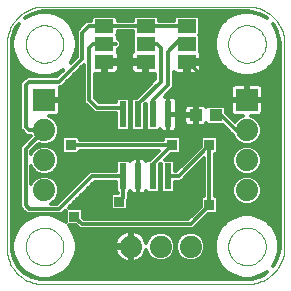
<source format=gbl>
G75*
G70*
%OFA0B0*%
%FSLAX24Y24*%
%IPPOS*%
%LPD*%
%AMOC8*
5,1,8,0,0,1.08239X$1,22.5*
%
%ADD10C,0.0000*%
%ADD11R,0.0740X0.0740*%
%ADD12C,0.0740*%
%ADD13R,0.0240X0.0870*%
%ADD14R,0.0433X0.0394*%
%ADD15R,0.0630X0.0460*%
%ADD16C,0.0120*%
%ADD17R,0.0356X0.0356*%
D10*
X000536Y001785D02*
X000534Y001719D01*
X000536Y001653D01*
X000542Y001587D01*
X000551Y001521D01*
X000564Y001456D01*
X000581Y001391D01*
X000601Y001328D01*
X000625Y001266D01*
X000652Y001206D01*
X000683Y001147D01*
X000717Y001089D01*
X000754Y001034D01*
X000794Y000981D01*
X000837Y000931D01*
X000882Y000882D01*
X000931Y000837D01*
X000981Y000794D01*
X001034Y000754D01*
X001089Y000717D01*
X001147Y000683D01*
X001206Y000652D01*
X001266Y000625D01*
X001328Y000601D01*
X001391Y000581D01*
X001456Y000564D01*
X001521Y000551D01*
X001587Y000542D01*
X001653Y000536D01*
X001719Y000534D01*
X001785Y000536D01*
X001785Y000535D02*
X008535Y000535D01*
X008603Y000537D01*
X008670Y000542D01*
X008737Y000551D01*
X008804Y000564D01*
X008869Y000581D01*
X008934Y000600D01*
X008998Y000624D01*
X009060Y000651D01*
X009121Y000681D01*
X009179Y000714D01*
X009236Y000750D01*
X009291Y000790D01*
X009344Y000832D01*
X009395Y000878D01*
X009442Y000925D01*
X009488Y000976D01*
X009530Y001029D01*
X009570Y001084D01*
X009606Y001141D01*
X009639Y001199D01*
X009669Y001260D01*
X009696Y001322D01*
X009720Y001386D01*
X009739Y001451D01*
X009756Y001516D01*
X009769Y001583D01*
X009778Y001650D01*
X009783Y001717D01*
X009785Y001785D01*
X009785Y008535D01*
X009783Y008603D01*
X009778Y008670D01*
X009769Y008737D01*
X009756Y008804D01*
X009739Y008869D01*
X009720Y008934D01*
X009696Y008998D01*
X009669Y009060D01*
X009639Y009121D01*
X009606Y009179D01*
X009570Y009236D01*
X009530Y009291D01*
X009488Y009344D01*
X009442Y009395D01*
X009395Y009442D01*
X009344Y009488D01*
X009291Y009530D01*
X009236Y009570D01*
X009179Y009606D01*
X009121Y009639D01*
X009060Y009669D01*
X008998Y009696D01*
X008934Y009720D01*
X008869Y009739D01*
X008804Y009756D01*
X008737Y009769D01*
X008670Y009778D01*
X008603Y009783D01*
X008535Y009785D01*
X001785Y009785D01*
X001160Y008535D02*
X001162Y008585D01*
X001168Y008634D01*
X001178Y008683D01*
X001191Y008730D01*
X001209Y008777D01*
X001230Y008822D01*
X001254Y008865D01*
X001282Y008906D01*
X001313Y008945D01*
X001347Y008981D01*
X001384Y009015D01*
X001424Y009045D01*
X001465Y009072D01*
X001509Y009096D01*
X001554Y009116D01*
X001601Y009132D01*
X001649Y009145D01*
X001698Y009154D01*
X001748Y009159D01*
X001797Y009160D01*
X001847Y009157D01*
X001896Y009150D01*
X001945Y009139D01*
X001992Y009125D01*
X002038Y009106D01*
X002083Y009084D01*
X002126Y009059D01*
X002166Y009030D01*
X002204Y008998D01*
X002240Y008964D01*
X002273Y008926D01*
X002302Y008886D01*
X002328Y008844D01*
X002351Y008800D01*
X002370Y008754D01*
X002386Y008707D01*
X002398Y008658D01*
X002406Y008609D01*
X002410Y008560D01*
X002410Y008510D01*
X002406Y008461D01*
X002398Y008412D01*
X002386Y008363D01*
X002370Y008316D01*
X002351Y008270D01*
X002328Y008226D01*
X002302Y008184D01*
X002273Y008144D01*
X002240Y008106D01*
X002204Y008072D01*
X002166Y008040D01*
X002126Y008011D01*
X002083Y007986D01*
X002038Y007964D01*
X001992Y007945D01*
X001945Y007931D01*
X001896Y007920D01*
X001847Y007913D01*
X001797Y007910D01*
X001748Y007911D01*
X001698Y007916D01*
X001649Y007925D01*
X001601Y007938D01*
X001554Y007954D01*
X001509Y007974D01*
X001465Y007998D01*
X001424Y008025D01*
X001384Y008055D01*
X001347Y008089D01*
X001313Y008125D01*
X001282Y008164D01*
X001254Y008205D01*
X001230Y008248D01*
X001209Y008293D01*
X001191Y008340D01*
X001178Y008387D01*
X001168Y008436D01*
X001162Y008485D01*
X001160Y008535D01*
X000535Y008535D02*
X000535Y001785D01*
X001160Y001785D02*
X001162Y001835D01*
X001168Y001884D01*
X001178Y001933D01*
X001191Y001980D01*
X001209Y002027D01*
X001230Y002072D01*
X001254Y002115D01*
X001282Y002156D01*
X001313Y002195D01*
X001347Y002231D01*
X001384Y002265D01*
X001424Y002295D01*
X001465Y002322D01*
X001509Y002346D01*
X001554Y002366D01*
X001601Y002382D01*
X001649Y002395D01*
X001698Y002404D01*
X001748Y002409D01*
X001797Y002410D01*
X001847Y002407D01*
X001896Y002400D01*
X001945Y002389D01*
X001992Y002375D01*
X002038Y002356D01*
X002083Y002334D01*
X002126Y002309D01*
X002166Y002280D01*
X002204Y002248D01*
X002240Y002214D01*
X002273Y002176D01*
X002302Y002136D01*
X002328Y002094D01*
X002351Y002050D01*
X002370Y002004D01*
X002386Y001957D01*
X002398Y001908D01*
X002406Y001859D01*
X002410Y001810D01*
X002410Y001760D01*
X002406Y001711D01*
X002398Y001662D01*
X002386Y001613D01*
X002370Y001566D01*
X002351Y001520D01*
X002328Y001476D01*
X002302Y001434D01*
X002273Y001394D01*
X002240Y001356D01*
X002204Y001322D01*
X002166Y001290D01*
X002126Y001261D01*
X002083Y001236D01*
X002038Y001214D01*
X001992Y001195D01*
X001945Y001181D01*
X001896Y001170D01*
X001847Y001163D01*
X001797Y001160D01*
X001748Y001161D01*
X001698Y001166D01*
X001649Y001175D01*
X001601Y001188D01*
X001554Y001204D01*
X001509Y001224D01*
X001465Y001248D01*
X001424Y001275D01*
X001384Y001305D01*
X001347Y001339D01*
X001313Y001375D01*
X001282Y001414D01*
X001254Y001455D01*
X001230Y001498D01*
X001209Y001543D01*
X001191Y001590D01*
X001178Y001637D01*
X001168Y001686D01*
X001162Y001735D01*
X001160Y001785D01*
X000535Y008535D02*
X000537Y008603D01*
X000542Y008670D01*
X000551Y008737D01*
X000564Y008804D01*
X000581Y008869D01*
X000600Y008934D01*
X000624Y008998D01*
X000651Y009060D01*
X000681Y009121D01*
X000714Y009179D01*
X000750Y009236D01*
X000790Y009291D01*
X000832Y009344D01*
X000878Y009395D01*
X000925Y009442D01*
X000976Y009488D01*
X001029Y009530D01*
X001084Y009570D01*
X001141Y009606D01*
X001199Y009639D01*
X001260Y009669D01*
X001322Y009696D01*
X001386Y009720D01*
X001451Y009739D01*
X001516Y009756D01*
X001583Y009769D01*
X001650Y009778D01*
X001717Y009783D01*
X001785Y009785D01*
X007910Y008535D02*
X007912Y008585D01*
X007918Y008634D01*
X007928Y008683D01*
X007941Y008730D01*
X007959Y008777D01*
X007980Y008822D01*
X008004Y008865D01*
X008032Y008906D01*
X008063Y008945D01*
X008097Y008981D01*
X008134Y009015D01*
X008174Y009045D01*
X008215Y009072D01*
X008259Y009096D01*
X008304Y009116D01*
X008351Y009132D01*
X008399Y009145D01*
X008448Y009154D01*
X008498Y009159D01*
X008547Y009160D01*
X008597Y009157D01*
X008646Y009150D01*
X008695Y009139D01*
X008742Y009125D01*
X008788Y009106D01*
X008833Y009084D01*
X008876Y009059D01*
X008916Y009030D01*
X008954Y008998D01*
X008990Y008964D01*
X009023Y008926D01*
X009052Y008886D01*
X009078Y008844D01*
X009101Y008800D01*
X009120Y008754D01*
X009136Y008707D01*
X009148Y008658D01*
X009156Y008609D01*
X009160Y008560D01*
X009160Y008510D01*
X009156Y008461D01*
X009148Y008412D01*
X009136Y008363D01*
X009120Y008316D01*
X009101Y008270D01*
X009078Y008226D01*
X009052Y008184D01*
X009023Y008144D01*
X008990Y008106D01*
X008954Y008072D01*
X008916Y008040D01*
X008876Y008011D01*
X008833Y007986D01*
X008788Y007964D01*
X008742Y007945D01*
X008695Y007931D01*
X008646Y007920D01*
X008597Y007913D01*
X008547Y007910D01*
X008498Y007911D01*
X008448Y007916D01*
X008399Y007925D01*
X008351Y007938D01*
X008304Y007954D01*
X008259Y007974D01*
X008215Y007998D01*
X008174Y008025D01*
X008134Y008055D01*
X008097Y008089D01*
X008063Y008125D01*
X008032Y008164D01*
X008004Y008205D01*
X007980Y008248D01*
X007959Y008293D01*
X007941Y008340D01*
X007928Y008387D01*
X007918Y008436D01*
X007912Y008485D01*
X007910Y008535D01*
X007910Y001785D02*
X007912Y001835D01*
X007918Y001884D01*
X007928Y001933D01*
X007941Y001980D01*
X007959Y002027D01*
X007980Y002072D01*
X008004Y002115D01*
X008032Y002156D01*
X008063Y002195D01*
X008097Y002231D01*
X008134Y002265D01*
X008174Y002295D01*
X008215Y002322D01*
X008259Y002346D01*
X008304Y002366D01*
X008351Y002382D01*
X008399Y002395D01*
X008448Y002404D01*
X008498Y002409D01*
X008547Y002410D01*
X008597Y002407D01*
X008646Y002400D01*
X008695Y002389D01*
X008742Y002375D01*
X008788Y002356D01*
X008833Y002334D01*
X008876Y002309D01*
X008916Y002280D01*
X008954Y002248D01*
X008990Y002214D01*
X009023Y002176D01*
X009052Y002136D01*
X009078Y002094D01*
X009101Y002050D01*
X009120Y002004D01*
X009136Y001957D01*
X009148Y001908D01*
X009156Y001859D01*
X009160Y001810D01*
X009160Y001760D01*
X009156Y001711D01*
X009148Y001662D01*
X009136Y001613D01*
X009120Y001566D01*
X009101Y001520D01*
X009078Y001476D01*
X009052Y001434D01*
X009023Y001394D01*
X008990Y001356D01*
X008954Y001322D01*
X008916Y001290D01*
X008876Y001261D01*
X008833Y001236D01*
X008788Y001214D01*
X008742Y001195D01*
X008695Y001181D01*
X008646Y001170D01*
X008597Y001163D01*
X008547Y001160D01*
X008498Y001161D01*
X008448Y001166D01*
X008399Y001175D01*
X008351Y001188D01*
X008304Y001204D01*
X008259Y001224D01*
X008215Y001248D01*
X008174Y001275D01*
X008134Y001305D01*
X008097Y001339D01*
X008063Y001375D01*
X008032Y001414D01*
X008004Y001455D01*
X007980Y001498D01*
X007959Y001543D01*
X007941Y001590D01*
X007928Y001637D01*
X007918Y001686D01*
X007912Y001735D01*
X007910Y001785D01*
D11*
X008535Y006660D03*
X001785Y006660D03*
D12*
X001785Y005660D03*
X001785Y004660D03*
X001785Y003660D03*
X004660Y001785D03*
X005660Y001785D03*
X006660Y001785D03*
X008535Y003660D03*
X008535Y004660D03*
X008535Y005660D03*
D13*
X005910Y006190D03*
X005410Y006190D03*
X004910Y006190D03*
X004410Y006190D03*
X004410Y004130D03*
X004910Y004130D03*
X005410Y004130D03*
X005910Y004130D03*
D14*
X006825Y006160D03*
X007495Y006160D03*
D15*
X006535Y007935D03*
X006535Y008535D03*
X006535Y009135D03*
X005160Y009135D03*
X005160Y008535D03*
X005160Y007935D03*
X003785Y007935D03*
X003785Y008535D03*
X003785Y009135D03*
D16*
X001051Y001009D02*
X000995Y001009D01*
X000901Y001103D02*
X000762Y001354D01*
X000697Y001633D01*
X000695Y001764D01*
X000695Y001781D01*
X000698Y001843D01*
X000695Y001846D01*
X000695Y008535D01*
X000708Y008706D01*
X000814Y009030D01*
X000930Y009190D01*
X000790Y008947D01*
X000717Y008676D01*
X000717Y008394D01*
X000790Y008123D01*
X000931Y007879D01*
X001129Y007681D01*
X001373Y007540D01*
X001644Y007467D01*
X001926Y007467D01*
X002197Y007540D01*
X002406Y007661D01*
X002210Y007465D01*
X001210Y007465D01*
X001105Y007360D01*
X000980Y007235D01*
X000980Y005710D01*
X001085Y005605D01*
X001105Y005585D01*
X001210Y005480D01*
X001329Y005480D01*
X001335Y005465D01*
X000980Y005110D01*
X000980Y003085D01*
X001085Y002980D01*
X001210Y002855D01*
X002360Y002855D01*
X002465Y002960D01*
X002487Y002982D01*
X002487Y002593D01*
X002441Y002639D01*
X002197Y002780D01*
X001926Y002853D01*
X001644Y002853D01*
X001373Y002780D01*
X001129Y002639D01*
X000931Y002441D01*
X000790Y002197D01*
X000717Y001926D01*
X000717Y001644D01*
X000790Y001373D01*
X000931Y001129D01*
X001129Y000931D01*
X001373Y000790D01*
X001644Y000717D01*
X001926Y000717D01*
X002197Y000790D01*
X002441Y000931D01*
X002639Y001129D01*
X002780Y001373D01*
X002853Y001644D01*
X002853Y001926D01*
X002780Y002197D01*
X002639Y002441D01*
X002593Y002487D01*
X002829Y002487D01*
X002855Y002460D01*
X002960Y002355D01*
X006735Y002355D01*
X007241Y002862D01*
X007513Y002862D01*
X007583Y002932D01*
X007583Y003388D01*
X007513Y003458D01*
X007465Y003458D01*
X007465Y004862D01*
X007513Y004862D01*
X007583Y004932D01*
X007583Y005388D01*
X007513Y005458D01*
X007057Y005458D01*
X006987Y005388D01*
X006987Y005116D01*
X006180Y004310D01*
X006150Y004310D01*
X006150Y004615D01*
X006080Y004685D01*
X005815Y004685D01*
X005991Y004862D01*
X006263Y004862D01*
X006333Y004932D01*
X006333Y005388D01*
X006263Y005458D01*
X005807Y005458D01*
X005737Y005388D01*
X005737Y005340D01*
X002958Y005340D01*
X002958Y005388D01*
X002888Y005458D01*
X002432Y005458D01*
X002362Y005388D01*
X002362Y004932D01*
X002432Y004862D01*
X002888Y004862D01*
X002958Y004932D01*
X002958Y004980D01*
X005600Y004980D01*
X005305Y004685D01*
X005240Y004685D01*
X005180Y004624D01*
X005179Y004627D01*
X005158Y004663D01*
X005128Y004693D01*
X005092Y004714D01*
X005051Y004725D01*
X004910Y004725D01*
X004910Y004130D01*
X004910Y003410D01*
X005160Y003160D01*
X006035Y003160D01*
X006160Y003035D01*
X006585Y002715D02*
X003110Y002715D01*
X003083Y002741D01*
X003083Y003013D01*
X003013Y003083D01*
X002588Y003083D01*
X003455Y003950D01*
X004170Y003950D01*
X004170Y003645D01*
X004230Y003585D01*
X004230Y003583D01*
X004057Y003583D01*
X003987Y003513D01*
X003987Y003057D01*
X004057Y002987D01*
X004513Y002987D01*
X004583Y003057D01*
X004583Y003329D01*
X004590Y003335D01*
X004590Y003585D01*
X004640Y003636D01*
X004641Y003633D01*
X004662Y003597D01*
X004692Y003567D01*
X004728Y003546D01*
X004769Y003535D01*
X004910Y003535D01*
X005051Y003535D01*
X005092Y003546D01*
X005128Y003567D01*
X005158Y003597D01*
X005179Y003633D01*
X005180Y003636D01*
X005240Y003575D01*
X005580Y003575D01*
X005650Y003645D01*
X005650Y004520D01*
X005670Y004540D01*
X005670Y003645D01*
X005740Y003575D01*
X006080Y003575D01*
X006150Y003645D01*
X006150Y003950D01*
X006330Y003950D01*
X007105Y004725D01*
X007105Y003458D01*
X007057Y003458D01*
X006987Y003388D01*
X006987Y003116D01*
X006585Y002715D01*
X006657Y002787D02*
X003083Y002787D01*
X003083Y002905D02*
X006775Y002905D01*
X006894Y003024D02*
X004549Y003024D01*
X004583Y003142D02*
X006987Y003142D01*
X006987Y003261D02*
X004583Y003261D01*
X004590Y003379D02*
X006987Y003379D01*
X007105Y003498D02*
X004590Y003498D01*
X004621Y003616D02*
X004651Y003616D01*
X004910Y003616D02*
X004910Y003616D01*
X004910Y003535D02*
X004910Y004130D01*
X004910Y004130D01*
X004910Y004725D01*
X004769Y004725D01*
X004728Y004714D01*
X004692Y004693D01*
X004662Y004663D01*
X004641Y004627D01*
X004640Y004624D01*
X004580Y004685D01*
X004240Y004685D01*
X004170Y004615D01*
X004170Y004310D01*
X003305Y004310D01*
X002210Y003215D01*
X001991Y003215D01*
X002063Y003245D01*
X002200Y003382D01*
X002275Y003563D01*
X002275Y003757D01*
X002200Y003938D01*
X002063Y004075D01*
X001882Y004150D01*
X001688Y004150D01*
X001507Y004075D01*
X001370Y003938D01*
X001340Y003866D01*
X001340Y004454D01*
X001370Y004382D01*
X001507Y004245D01*
X001688Y004170D01*
X001882Y004170D01*
X002063Y004245D01*
X002200Y004382D01*
X002275Y004563D01*
X002275Y004757D01*
X002200Y004938D01*
X002063Y005075D01*
X001882Y005150D01*
X001688Y005150D01*
X001507Y005075D01*
X001370Y004938D01*
X001340Y004866D01*
X001340Y004960D01*
X001590Y005210D01*
X001688Y005170D01*
X001882Y005170D01*
X002063Y005245D01*
X002200Y005382D01*
X002275Y005563D01*
X002275Y005757D01*
X002200Y005938D01*
X002063Y006075D01*
X001931Y006130D01*
X002176Y006130D01*
X002217Y006141D01*
X002253Y006162D01*
X002283Y006192D01*
X002304Y006228D01*
X002315Y006269D01*
X002315Y006620D01*
X001825Y006620D01*
X001825Y006700D01*
X002315Y006700D01*
X002315Y007051D01*
X002304Y007092D01*
X002296Y007105D01*
X002360Y007105D01*
X003105Y007850D01*
X003105Y006585D01*
X003355Y006335D01*
X003460Y006230D01*
X004170Y006230D01*
X004170Y005705D01*
X004240Y005635D01*
X004580Y005635D01*
X004650Y005705D01*
X004650Y006675D01*
X004580Y006745D01*
X004240Y006745D01*
X004170Y006675D01*
X004170Y006590D01*
X003610Y006590D01*
X003465Y006735D01*
X003465Y007545D01*
X003730Y007545D01*
X003730Y007880D01*
X003840Y007880D01*
X003840Y007990D01*
X004260Y007990D01*
X004260Y008186D01*
X004249Y008227D01*
X004228Y008263D01*
X004220Y008271D01*
X004220Y008355D01*
X004235Y008355D01*
X004340Y008460D01*
X004340Y008610D01*
X004235Y008715D01*
X004220Y008715D01*
X004220Y008815D01*
X004200Y008835D01*
X004220Y008855D01*
X004220Y008955D01*
X004725Y008955D01*
X004725Y008855D01*
X004745Y008835D01*
X004725Y008815D01*
X004725Y008271D01*
X004717Y008263D01*
X004696Y008227D01*
X004685Y008186D01*
X004685Y007990D01*
X005105Y007990D01*
X005105Y007880D01*
X005215Y007880D01*
X005215Y007545D01*
X005480Y007545D01*
X005480Y007360D01*
X004865Y006745D01*
X004740Y006745D01*
X004670Y006675D01*
X004670Y005705D01*
X004740Y005635D01*
X005080Y005635D01*
X005150Y005705D01*
X005150Y006520D01*
X005170Y006540D01*
X005170Y005705D01*
X005240Y005635D01*
X005580Y005635D01*
X005640Y005696D01*
X005641Y005693D01*
X005662Y005657D01*
X005692Y005627D01*
X005728Y005606D01*
X005769Y005595D01*
X005910Y005595D01*
X006051Y005595D01*
X006092Y005606D01*
X006128Y005627D01*
X006158Y005657D01*
X006179Y005693D01*
X006190Y005734D01*
X006190Y006190D01*
X006190Y006646D01*
X006179Y006687D01*
X006158Y006723D01*
X006128Y006753D01*
X006092Y006774D01*
X006051Y006785D01*
X005910Y006785D01*
X005910Y006190D01*
X005940Y006160D01*
X006825Y006160D01*
X006787Y006198D02*
X006787Y006122D01*
X006449Y006122D01*
X006449Y005942D01*
X006460Y005901D01*
X006481Y005865D01*
X006511Y005835D01*
X006547Y005814D01*
X006588Y005803D01*
X006787Y005803D01*
X006787Y006122D01*
X006864Y006122D01*
X006864Y005803D01*
X007063Y005803D01*
X007104Y005814D01*
X007140Y005835D01*
X007170Y005865D01*
X007183Y005888D01*
X007228Y005843D01*
X007722Y005843D01*
X007980Y005585D01*
X008075Y005491D01*
X008120Y005382D01*
X008257Y005245D01*
X008438Y005170D01*
X008632Y005170D01*
X008813Y005245D01*
X008950Y005382D01*
X009025Y005563D01*
X009025Y005757D01*
X008950Y005938D01*
X008813Y006075D01*
X008681Y006130D01*
X008926Y006130D01*
X008967Y006141D01*
X009003Y006162D01*
X009033Y006192D01*
X009054Y006228D01*
X009065Y006269D01*
X009065Y006620D01*
X008575Y006620D01*
X008575Y006700D01*
X008495Y006700D01*
X008495Y007190D01*
X008144Y007190D01*
X008103Y007179D01*
X008067Y007158D01*
X008037Y007128D01*
X008016Y007092D01*
X008005Y007051D01*
X008005Y006700D01*
X008495Y006700D01*
X008495Y006620D01*
X008005Y006620D01*
X008005Y006269D01*
X008016Y006228D01*
X008037Y006192D01*
X008067Y006162D01*
X008103Y006141D01*
X008144Y006130D01*
X008389Y006130D01*
X008257Y006075D01*
X008128Y005946D01*
X007831Y006243D01*
X007831Y006407D01*
X007761Y006477D01*
X007228Y006477D01*
X007183Y006432D01*
X007170Y006455D01*
X007140Y006485D01*
X007104Y006506D01*
X007063Y006517D01*
X006864Y006517D01*
X006864Y006198D01*
X006787Y006198D01*
X006449Y006198D01*
X006449Y006378D01*
X006460Y006419D01*
X006481Y006455D01*
X006511Y006485D01*
X006547Y006506D01*
X006588Y006517D01*
X006787Y006517D01*
X006787Y006198D01*
X006787Y006223D02*
X006864Y006223D01*
X006864Y006105D02*
X006787Y006105D01*
X006787Y005986D02*
X006864Y005986D01*
X006864Y005868D02*
X006787Y005868D01*
X006479Y005868D02*
X006190Y005868D01*
X006190Y005749D02*
X007816Y005749D01*
X007935Y005631D02*
X006132Y005631D01*
X005910Y005631D02*
X005910Y005631D01*
X005910Y005595D02*
X005910Y006190D01*
X006190Y006190D01*
X005910Y006190D01*
X005910Y006190D01*
X005910Y006190D01*
X005910Y006190D01*
X005910Y006785D01*
X005790Y006785D01*
X005985Y006980D01*
X006090Y007085D01*
X006090Y007610D01*
X006092Y007607D01*
X006122Y007577D01*
X006158Y007556D01*
X006199Y007545D01*
X006480Y007545D01*
X006480Y007880D01*
X006590Y007880D01*
X006590Y007990D01*
X007010Y007990D01*
X007010Y008186D01*
X006999Y008227D01*
X006978Y008263D01*
X006970Y008271D01*
X006970Y008815D01*
X006950Y008835D01*
X006970Y008855D01*
X006970Y009415D01*
X006900Y009485D01*
X006170Y009485D01*
X006100Y009415D01*
X006100Y009315D01*
X005595Y009315D01*
X005595Y009415D01*
X005525Y009485D01*
X004795Y009485D01*
X004725Y009415D01*
X004725Y009315D01*
X004220Y009315D01*
X004220Y009415D01*
X004150Y009485D01*
X003420Y009485D01*
X003350Y009415D01*
X003350Y009315D01*
X003185Y009315D01*
X003080Y009210D01*
X003080Y009210D01*
X002960Y009090D01*
X002855Y008985D01*
X002855Y008110D01*
X002659Y007914D01*
X002780Y008123D01*
X002853Y008394D01*
X002853Y008676D01*
X002780Y008947D01*
X002639Y009191D01*
X002441Y009389D01*
X002197Y009530D01*
X001926Y009603D01*
X001644Y009603D01*
X001373Y009530D01*
X001130Y009390D01*
X001290Y009506D01*
X001614Y009612D01*
X001785Y009625D01*
X008535Y009625D01*
X008706Y009612D01*
X009030Y009506D01*
X009190Y009390D01*
X008947Y009530D01*
X008676Y009603D01*
X008394Y009603D01*
X008123Y009530D01*
X007879Y009389D01*
X007681Y009191D01*
X007540Y008947D01*
X007467Y008676D01*
X007467Y008394D01*
X007540Y008123D01*
X007681Y007879D01*
X007879Y007681D01*
X008123Y007540D01*
X008394Y007467D01*
X008676Y007467D01*
X008947Y007540D01*
X009191Y007681D01*
X009389Y007879D01*
X009530Y008123D01*
X009603Y008394D01*
X009603Y008676D01*
X009530Y008947D01*
X009390Y009190D01*
X009506Y009030D01*
X009612Y008706D01*
X009625Y008535D01*
X009625Y001785D01*
X009612Y001614D01*
X009506Y001290D01*
X009390Y001130D01*
X009530Y001373D01*
X009603Y001644D01*
X009603Y001926D01*
X009530Y002197D01*
X009389Y002441D01*
X009191Y002639D01*
X008947Y002780D01*
X008676Y002853D01*
X008394Y002853D01*
X008123Y002780D01*
X007879Y002639D01*
X007681Y002441D01*
X007540Y002197D01*
X007467Y001926D01*
X007467Y001644D01*
X007540Y001373D01*
X007681Y001129D01*
X007879Y000931D01*
X008123Y000790D01*
X008394Y000717D01*
X008676Y000717D01*
X008947Y000790D01*
X009190Y000930D01*
X009030Y000814D01*
X008706Y000708D01*
X008535Y000695D01*
X001846Y000695D01*
X001843Y000698D01*
X001781Y000695D01*
X001764Y000695D01*
X001633Y000697D01*
X001354Y000762D01*
X001103Y000901D01*
X000901Y001103D01*
X000887Y001128D02*
X000932Y001128D01*
X000863Y001246D02*
X000821Y001246D01*
X000795Y001365D02*
X000759Y001365D01*
X000760Y001483D02*
X000732Y001483D01*
X000729Y001602D02*
X000705Y001602D01*
X000696Y001720D02*
X000717Y001720D01*
X000717Y001839D02*
X000698Y001839D01*
X000695Y001957D02*
X000726Y001957D01*
X000695Y002076D02*
X000757Y002076D01*
X000789Y002194D02*
X000695Y002194D01*
X000695Y002313D02*
X000857Y002313D01*
X000925Y002431D02*
X000695Y002431D01*
X000695Y002550D02*
X001039Y002550D01*
X001179Y002668D02*
X000695Y002668D01*
X000695Y002787D02*
X001397Y002787D01*
X001160Y002905D02*
X000695Y002905D01*
X000695Y003024D02*
X001042Y003024D01*
X000980Y003142D02*
X000695Y003142D01*
X000695Y003261D02*
X000980Y003261D01*
X000980Y003379D02*
X000695Y003379D01*
X000695Y003498D02*
X000980Y003498D01*
X000980Y003616D02*
X000695Y003616D01*
X000695Y003735D02*
X000980Y003735D01*
X000980Y003853D02*
X000695Y003853D01*
X000695Y003972D02*
X000980Y003972D01*
X000980Y004090D02*
X000695Y004090D01*
X000695Y004209D02*
X000980Y004209D01*
X000980Y004327D02*
X000695Y004327D01*
X000695Y004446D02*
X000980Y004446D01*
X000980Y004564D02*
X000695Y004564D01*
X000695Y004683D02*
X000980Y004683D01*
X000980Y004801D02*
X000695Y004801D01*
X000695Y004920D02*
X000980Y004920D01*
X000980Y005038D02*
X000695Y005038D01*
X000695Y005157D02*
X001027Y005157D01*
X001145Y005275D02*
X000695Y005275D01*
X000695Y005394D02*
X001264Y005394D01*
X001178Y005512D02*
X000695Y005512D01*
X000695Y005631D02*
X001060Y005631D01*
X001105Y005585D02*
X001105Y005585D01*
X000980Y005749D02*
X000695Y005749D01*
X000695Y005868D02*
X000980Y005868D01*
X000980Y005986D02*
X000695Y005986D01*
X000695Y006105D02*
X000980Y006105D01*
X000980Y006223D02*
X000695Y006223D01*
X000695Y006342D02*
X000980Y006342D01*
X000980Y006460D02*
X000695Y006460D01*
X000695Y006579D02*
X000980Y006579D01*
X000980Y006697D02*
X000695Y006697D01*
X000695Y006816D02*
X000980Y006816D01*
X000980Y006934D02*
X000695Y006934D01*
X000695Y007053D02*
X000980Y007053D01*
X000980Y007171D02*
X000695Y007171D01*
X000695Y007290D02*
X001035Y007290D01*
X001153Y007408D02*
X000695Y007408D01*
X000695Y007527D02*
X001423Y007527D01*
X001191Y007645D02*
X000695Y007645D01*
X000695Y007764D02*
X001046Y007764D01*
X000929Y007882D02*
X000695Y007882D01*
X000695Y008001D02*
X000861Y008001D01*
X000792Y008119D02*
X000695Y008119D01*
X000695Y008238D02*
X000759Y008238D01*
X000728Y008356D02*
X000695Y008356D01*
X000695Y008475D02*
X000717Y008475D01*
X000717Y008593D02*
X000700Y008593D01*
X000710Y008712D02*
X000727Y008712D01*
X000749Y008830D02*
X000759Y008830D01*
X000787Y008949D02*
X000791Y008949D01*
X000841Y009067D02*
X000859Y009067D01*
X000927Y009186D02*
X000928Y009186D01*
X001175Y009423D02*
X001187Y009423D01*
X001397Y009541D02*
X001414Y009541D01*
X002156Y009541D02*
X008164Y009541D01*
X007937Y009423D02*
X006962Y009423D01*
X006970Y009304D02*
X007794Y009304D01*
X007678Y009186D02*
X006970Y009186D01*
X006970Y009067D02*
X007609Y009067D01*
X007541Y008949D02*
X006970Y008949D01*
X006955Y008830D02*
X007509Y008830D01*
X007477Y008712D02*
X006970Y008712D01*
X006970Y008593D02*
X007467Y008593D01*
X007467Y008475D02*
X006970Y008475D01*
X006970Y008356D02*
X007478Y008356D01*
X007509Y008238D02*
X006993Y008238D01*
X007010Y008119D02*
X007542Y008119D01*
X007611Y008001D02*
X007010Y008001D01*
X007010Y007880D02*
X006590Y007880D01*
X006590Y007545D01*
X006871Y007545D01*
X006912Y007556D01*
X006948Y007577D01*
X006978Y007607D01*
X006999Y007643D01*
X007010Y007684D01*
X007010Y007880D01*
X007010Y007764D02*
X007796Y007764D01*
X007679Y007882D02*
X006590Y007882D01*
X006598Y007910D02*
X007160Y007348D01*
X007000Y007645D02*
X007941Y007645D01*
X008173Y007527D02*
X006090Y007527D01*
X006090Y007408D02*
X009625Y007408D01*
X009625Y007290D02*
X006090Y007290D01*
X006090Y007171D02*
X008089Y007171D01*
X008005Y007053D02*
X006057Y007053D01*
X005939Y006934D02*
X008005Y006934D01*
X008005Y006816D02*
X005820Y006816D01*
X005910Y006697D02*
X005910Y006697D01*
X005910Y006579D02*
X005910Y006579D01*
X005910Y006460D02*
X005910Y006460D01*
X005910Y006342D02*
X005910Y006342D01*
X005910Y006223D02*
X005910Y006223D01*
X005910Y006190D02*
X005910Y005595D01*
X005910Y005749D02*
X005910Y005749D01*
X005910Y005868D02*
X005910Y005868D01*
X005910Y005986D02*
X005910Y005986D01*
X005910Y006105D02*
X005910Y006105D01*
X006190Y006105D02*
X006449Y006105D01*
X006449Y006223D02*
X006190Y006223D01*
X006190Y006342D02*
X006449Y006342D01*
X006486Y006460D02*
X006190Y006460D01*
X006190Y006579D02*
X008005Y006579D01*
X008005Y006460D02*
X007778Y006460D01*
X007831Y006342D02*
X008005Y006342D01*
X008019Y006223D02*
X007852Y006223D01*
X007970Y006105D02*
X008328Y006105D01*
X008168Y005986D02*
X008089Y005986D01*
X008160Y005660D02*
X008535Y005660D01*
X008160Y005660D02*
X007660Y006160D01*
X007495Y006160D01*
X007535Y006200D01*
X007212Y006460D02*
X007165Y006460D01*
X006864Y006460D02*
X006787Y006460D01*
X006787Y006342D02*
X006864Y006342D01*
X006449Y005986D02*
X006190Y005986D01*
X005688Y005631D02*
X002275Y005631D01*
X002275Y005749D02*
X004170Y005749D01*
X004170Y005868D02*
X002229Y005868D01*
X002152Y005986D02*
X004170Y005986D01*
X004170Y006105D02*
X001992Y006105D01*
X002301Y006223D02*
X004170Y006223D01*
X004410Y006190D02*
X004410Y006410D01*
X003535Y006410D01*
X003285Y006660D01*
X003285Y008410D01*
X003410Y008535D01*
X003785Y008535D01*
X004160Y008535D01*
X004340Y008593D02*
X004725Y008593D01*
X004725Y008475D02*
X004340Y008475D01*
X004236Y008356D02*
X004725Y008356D01*
X004702Y008238D02*
X004243Y008238D01*
X004260Y008119D02*
X004685Y008119D01*
X004685Y008001D02*
X004260Y008001D01*
X004260Y007880D02*
X003840Y007880D01*
X003840Y007545D01*
X004121Y007545D01*
X004162Y007556D01*
X004198Y007577D01*
X004228Y007607D01*
X004249Y007643D01*
X004260Y007684D01*
X004260Y007880D01*
X004260Y007764D02*
X004685Y007764D01*
X004685Y007684D02*
X004696Y007643D01*
X004717Y007607D01*
X004747Y007577D01*
X004783Y007556D01*
X004824Y007545D01*
X005105Y007545D01*
X005105Y007880D01*
X004685Y007880D01*
X004685Y007684D01*
X004695Y007645D02*
X004250Y007645D01*
X004098Y007348D02*
X004035Y007285D01*
X004098Y007348D02*
X003785Y007660D01*
X003785Y007935D01*
X003840Y007882D02*
X005105Y007882D01*
X005160Y007935D02*
X005160Y007535D01*
X004910Y007285D01*
X004160Y007285D01*
X004098Y007348D01*
X003840Y007645D02*
X003730Y007645D01*
X003730Y007764D02*
X003840Y007764D01*
X003465Y007527D02*
X005480Y007527D01*
X005480Y007408D02*
X003465Y007408D01*
X003465Y007290D02*
X005410Y007290D01*
X005291Y007171D02*
X003465Y007171D01*
X003465Y007053D02*
X005173Y007053D01*
X005054Y006934D02*
X003465Y006934D01*
X003465Y006816D02*
X004936Y006816D01*
X004692Y006697D02*
X004628Y006697D01*
X004650Y006579D02*
X004670Y006579D01*
X004670Y006460D02*
X004650Y006460D01*
X004650Y006342D02*
X004670Y006342D01*
X004670Y006223D02*
X004650Y006223D01*
X004650Y006105D02*
X004670Y006105D01*
X004670Y005986D02*
X004650Y005986D01*
X004650Y005868D02*
X004670Y005868D01*
X004670Y005749D02*
X004650Y005749D01*
X005150Y005749D02*
X005170Y005749D01*
X005170Y005868D02*
X005150Y005868D01*
X005150Y005986D02*
X005170Y005986D01*
X005170Y006105D02*
X005150Y006105D01*
X005150Y006223D02*
X005170Y006223D01*
X005170Y006342D02*
X005150Y006342D01*
X005150Y006460D02*
X005170Y006460D01*
X005410Y006660D02*
X005910Y007160D01*
X005910Y008285D01*
X006285Y008660D01*
X006535Y008660D01*
X006535Y008535D01*
X006535Y007935D02*
X006598Y007910D01*
X006590Y007764D02*
X006480Y007764D01*
X006480Y007645D02*
X006590Y007645D01*
X005660Y007285D02*
X004910Y006535D01*
X004910Y006190D01*
X005410Y006190D02*
X005410Y006660D01*
X005660Y007285D02*
X005660Y008410D01*
X005535Y008535D01*
X005160Y008535D01*
X004725Y008712D02*
X004238Y008712D01*
X004205Y008830D02*
X004740Y008830D01*
X004725Y008949D02*
X004220Y008949D01*
X003785Y009135D02*
X005160Y009135D01*
X005185Y009135D01*
X006535Y009135D01*
X006660Y009160D01*
X006108Y009423D02*
X005587Y009423D01*
X005185Y009135D02*
X005160Y009160D01*
X005160Y009135D02*
X005060Y009135D01*
X004733Y009423D02*
X004212Y009423D01*
X003785Y009135D02*
X003260Y009135D01*
X003035Y008910D01*
X003035Y008035D01*
X002285Y007285D01*
X001285Y007285D01*
X001160Y007160D01*
X001160Y005785D01*
X001285Y005660D01*
X001785Y005660D01*
X001160Y005035D01*
X001160Y003160D01*
X001285Y003035D01*
X002285Y003035D01*
X003380Y004130D01*
X004410Y004130D01*
X004410Y003410D01*
X004285Y003285D01*
X003987Y003261D02*
X002765Y003261D01*
X002884Y003379D02*
X003987Y003379D01*
X003987Y003498D02*
X003002Y003498D01*
X003121Y003616D02*
X004199Y003616D01*
X004170Y003735D02*
X003239Y003735D01*
X003358Y003853D02*
X004170Y003853D01*
X004170Y004327D02*
X002145Y004327D01*
X001975Y004209D02*
X003204Y004209D01*
X003085Y004090D02*
X002027Y004090D01*
X002166Y003972D02*
X002967Y003972D01*
X002848Y003853D02*
X002235Y003853D01*
X002275Y003735D02*
X002730Y003735D01*
X002611Y003616D02*
X002275Y003616D01*
X002248Y003498D02*
X002493Y003498D01*
X002374Y003379D02*
X002197Y003379D01*
X002256Y003261D02*
X002078Y003261D01*
X002410Y002905D02*
X002487Y002905D01*
X002487Y002787D02*
X002173Y002787D01*
X002391Y002668D02*
X002487Y002668D01*
X002645Y002431D02*
X002884Y002431D01*
X002713Y002313D02*
X004603Y002313D01*
X004618Y002315D02*
X004536Y002302D01*
X004457Y002276D01*
X004382Y002238D01*
X004315Y002189D01*
X004256Y002130D01*
X004207Y002063D01*
X004169Y001988D01*
X004143Y001909D01*
X004130Y001827D01*
X004130Y001825D01*
X004620Y001825D01*
X004620Y002315D01*
X004618Y002315D01*
X004620Y002313D02*
X004700Y002313D01*
X004700Y002315D02*
X004700Y001825D01*
X004620Y001825D01*
X004620Y001745D01*
X004130Y001745D01*
X004130Y001743D01*
X004143Y001661D01*
X004169Y001582D01*
X004207Y001507D01*
X004256Y001440D01*
X004315Y001381D01*
X004382Y001332D01*
X004457Y001294D01*
X004536Y001268D01*
X004618Y001255D01*
X004620Y001255D01*
X004620Y001745D01*
X004700Y001745D01*
X004700Y001255D01*
X004702Y001255D01*
X004784Y001268D01*
X004863Y001294D01*
X004938Y001332D01*
X005005Y001381D01*
X005064Y001440D01*
X005113Y001507D01*
X005151Y001582D01*
X005177Y001661D01*
X005178Y001668D01*
X005245Y001507D01*
X005382Y001370D01*
X005563Y001295D01*
X005757Y001295D01*
X005938Y001370D01*
X006075Y001507D01*
X006150Y001688D01*
X006150Y001882D01*
X006075Y002063D01*
X005938Y002200D01*
X005757Y002275D01*
X005563Y002275D01*
X005382Y002200D01*
X005245Y002063D01*
X005178Y001902D01*
X005177Y001909D01*
X005151Y001988D01*
X005113Y002063D01*
X005064Y002130D01*
X005005Y002189D01*
X004938Y002238D01*
X004863Y002276D01*
X004784Y002302D01*
X004702Y002315D01*
X004700Y002315D01*
X004717Y002313D02*
X007607Y002313D01*
X007675Y002431D02*
X006811Y002431D01*
X006757Y002275D02*
X006563Y002275D01*
X006382Y002200D01*
X006245Y002063D01*
X006170Y001882D01*
X006170Y001688D01*
X006245Y001507D01*
X006382Y001370D01*
X006563Y001295D01*
X006757Y001295D01*
X006938Y001370D01*
X007075Y001507D01*
X007150Y001688D01*
X007150Y001882D01*
X007075Y002063D01*
X006938Y002200D01*
X006757Y002275D01*
X006944Y002194D02*
X007539Y002194D01*
X007507Y002076D02*
X007062Y002076D01*
X007119Y001957D02*
X007476Y001957D01*
X007467Y001839D02*
X007150Y001839D01*
X007150Y001720D02*
X007467Y001720D01*
X007479Y001602D02*
X007114Y001602D01*
X007051Y001483D02*
X007510Y001483D01*
X007545Y001365D02*
X006925Y001365D01*
X006395Y001365D02*
X005925Y001365D01*
X006051Y001483D02*
X006269Y001483D01*
X006206Y001602D02*
X006114Y001602D01*
X006150Y001720D02*
X006170Y001720D01*
X006170Y001839D02*
X006150Y001839D01*
X006119Y001957D02*
X006201Y001957D01*
X006258Y002076D02*
X006062Y002076D01*
X005944Y002194D02*
X006376Y002194D01*
X006660Y002535D02*
X007285Y003160D01*
X007285Y005160D01*
X006255Y004130D01*
X005910Y004130D01*
X006150Y004327D02*
X006197Y004327D01*
X006150Y004446D02*
X006316Y004446D01*
X006434Y004564D02*
X006150Y004564D01*
X006082Y004683D02*
X006553Y004683D01*
X006671Y004801D02*
X005931Y004801D01*
X005670Y004446D02*
X005650Y004446D01*
X005650Y004327D02*
X005670Y004327D01*
X005670Y004209D02*
X005650Y004209D01*
X005650Y004090D02*
X005670Y004090D01*
X005670Y003972D02*
X005650Y003972D01*
X005650Y003853D02*
X005670Y003853D01*
X005670Y003735D02*
X005650Y003735D01*
X005621Y003616D02*
X005699Y003616D01*
X006121Y003616D02*
X007105Y003616D01*
X007105Y003735D02*
X006150Y003735D01*
X006150Y003853D02*
X007105Y003853D01*
X007105Y003972D02*
X006351Y003972D01*
X006470Y004090D02*
X007105Y004090D01*
X007105Y004209D02*
X006588Y004209D01*
X006707Y004327D02*
X007105Y004327D01*
X007105Y004446D02*
X006825Y004446D01*
X006944Y004564D02*
X007105Y004564D01*
X007105Y004683D02*
X007062Y004683D01*
X006790Y004920D02*
X006320Y004920D01*
X006333Y005038D02*
X006908Y005038D01*
X006987Y005157D02*
X006333Y005157D01*
X006333Y005275D02*
X006987Y005275D01*
X006993Y005394D02*
X006327Y005394D01*
X006035Y005160D02*
X005410Y004535D01*
X005410Y004130D01*
X004910Y004130D02*
X004910Y004130D01*
X004910Y003535D01*
X004910Y003735D02*
X004910Y003735D01*
X004910Y003853D02*
X004910Y003853D01*
X004910Y003972D02*
X004910Y003972D01*
X004910Y004090D02*
X004910Y004090D01*
X004910Y004209D02*
X004910Y004209D01*
X004910Y004327D02*
X004910Y004327D01*
X004910Y004446D02*
X004910Y004446D01*
X004910Y004564D02*
X004910Y004564D01*
X004910Y004683D02*
X004910Y004683D01*
X005139Y004683D02*
X005238Y004683D01*
X005421Y004801D02*
X002257Y004801D01*
X002275Y004683D02*
X004238Y004683D01*
X004170Y004564D02*
X002275Y004564D01*
X002227Y004446D02*
X004170Y004446D01*
X004582Y004683D02*
X004681Y004683D01*
X005540Y004920D02*
X002945Y004920D01*
X002660Y005160D02*
X006035Y005160D01*
X005743Y005394D02*
X002952Y005394D01*
X002375Y004920D02*
X002208Y004920D01*
X002100Y005038D02*
X002362Y005038D01*
X002362Y005157D02*
X001536Y005157D01*
X001470Y005038D02*
X001418Y005038D01*
X001362Y004920D02*
X001340Y004920D01*
X001340Y004446D02*
X001343Y004446D01*
X001340Y004327D02*
X001425Y004327D01*
X001340Y004209D02*
X001595Y004209D01*
X001543Y004090D02*
X001340Y004090D01*
X001340Y003972D02*
X001404Y003972D01*
X002647Y003142D02*
X003987Y003142D01*
X004021Y003024D02*
X003072Y003024D01*
X002785Y002785D02*
X003035Y002535D01*
X006660Y002535D01*
X006929Y002550D02*
X007789Y002550D01*
X007929Y002668D02*
X007048Y002668D01*
X007166Y002787D02*
X008147Y002787D01*
X008257Y003245D02*
X008438Y003170D01*
X008632Y003170D01*
X008813Y003245D01*
X008950Y003382D01*
X009025Y003563D01*
X009025Y003757D01*
X008950Y003938D01*
X008813Y004075D01*
X008632Y004150D01*
X008438Y004150D01*
X008257Y004075D01*
X008120Y003938D01*
X008045Y003757D01*
X008045Y003563D01*
X008120Y003382D01*
X008257Y003245D01*
X008242Y003261D02*
X007583Y003261D01*
X007583Y003379D02*
X008123Y003379D01*
X008072Y003498D02*
X007465Y003498D01*
X007465Y003616D02*
X008045Y003616D01*
X008045Y003735D02*
X007465Y003735D01*
X007465Y003853D02*
X008085Y003853D01*
X008154Y003972D02*
X007465Y003972D01*
X007465Y004090D02*
X008293Y004090D01*
X008345Y004209D02*
X007465Y004209D01*
X007465Y004327D02*
X008175Y004327D01*
X008120Y004382D02*
X008257Y004245D01*
X008438Y004170D01*
X008632Y004170D01*
X008813Y004245D01*
X008950Y004382D01*
X009025Y004563D01*
X009025Y004757D01*
X008950Y004938D01*
X008813Y005075D01*
X008632Y005150D01*
X008438Y005150D01*
X008257Y005075D01*
X008120Y004938D01*
X008045Y004757D01*
X008045Y004563D01*
X008120Y004382D01*
X008093Y004446D02*
X007465Y004446D01*
X007465Y004564D02*
X008045Y004564D01*
X008045Y004683D02*
X007465Y004683D01*
X007465Y004801D02*
X008063Y004801D01*
X008112Y004920D02*
X007570Y004920D01*
X007583Y005038D02*
X008220Y005038D01*
X008227Y005275D02*
X007583Y005275D01*
X007577Y005394D02*
X008115Y005394D01*
X008053Y005512D02*
X002254Y005512D01*
X002205Y005394D02*
X002368Y005394D01*
X002362Y005275D02*
X002093Y005275D01*
X002315Y006342D02*
X003349Y006342D01*
X003230Y006460D02*
X002315Y006460D01*
X002315Y006579D02*
X003112Y006579D01*
X003105Y006697D02*
X001825Y006697D01*
X002315Y006816D02*
X003105Y006816D01*
X003105Y006934D02*
X002315Y006934D01*
X002315Y007053D02*
X003105Y007053D01*
X003105Y007171D02*
X002426Y007171D01*
X002544Y007290D02*
X003105Y007290D01*
X003105Y007408D02*
X002663Y007408D01*
X002781Y007527D02*
X003105Y007527D01*
X003105Y007645D02*
X002900Y007645D01*
X003018Y007764D02*
X003105Y007764D01*
X002855Y008119D02*
X002778Y008119D01*
X002746Y008001D02*
X002709Y008001D01*
X002811Y008238D02*
X002855Y008238D01*
X002842Y008356D02*
X002855Y008356D01*
X002853Y008475D02*
X002855Y008475D01*
X002853Y008593D02*
X002855Y008593D01*
X002843Y008712D02*
X002855Y008712D01*
X002855Y008830D02*
X002811Y008830D01*
X002779Y008949D02*
X002855Y008949D01*
X002937Y009067D02*
X002711Y009067D01*
X002642Y009186D02*
X003056Y009186D01*
X003174Y009304D02*
X002526Y009304D01*
X002383Y009423D02*
X003358Y009423D01*
X002390Y007645D02*
X002379Y007645D01*
X002272Y007527D02*
X002147Y007527D01*
X003503Y006697D02*
X004192Y006697D01*
X005105Y007645D02*
X005215Y007645D01*
X005215Y007764D02*
X005105Y007764D01*
X006173Y006697D02*
X008495Y006697D01*
X008575Y006697D02*
X009625Y006697D01*
X009625Y006579D02*
X009065Y006579D01*
X009065Y006460D02*
X009625Y006460D01*
X009625Y006342D02*
X009065Y006342D01*
X009051Y006223D02*
X009625Y006223D01*
X009625Y006105D02*
X008742Y006105D01*
X008902Y005986D02*
X009625Y005986D01*
X009625Y005868D02*
X008979Y005868D01*
X009025Y005749D02*
X009625Y005749D01*
X009625Y005631D02*
X009025Y005631D01*
X009004Y005512D02*
X009625Y005512D01*
X009625Y005394D02*
X008955Y005394D01*
X008843Y005275D02*
X009625Y005275D01*
X009625Y005157D02*
X007583Y005157D01*
X007204Y005868D02*
X007171Y005868D01*
X008495Y006816D02*
X008575Y006816D01*
X008575Y006934D02*
X008495Y006934D01*
X008495Y007053D02*
X008575Y007053D01*
X008575Y007171D02*
X008495Y007171D01*
X008575Y007190D02*
X008575Y006700D01*
X009065Y006700D01*
X009065Y007051D01*
X009054Y007092D01*
X009033Y007128D01*
X009003Y007158D01*
X008967Y007179D01*
X008926Y007190D01*
X008575Y007190D01*
X008897Y007527D02*
X009625Y007527D01*
X009625Y007645D02*
X009129Y007645D01*
X009274Y007764D02*
X009625Y007764D01*
X009625Y007882D02*
X009391Y007882D01*
X009459Y008001D02*
X009625Y008001D01*
X009625Y008119D02*
X009528Y008119D01*
X009561Y008238D02*
X009625Y008238D01*
X009625Y008356D02*
X009592Y008356D01*
X009603Y008475D02*
X009625Y008475D01*
X009620Y008593D02*
X009603Y008593D01*
X009593Y008712D02*
X009610Y008712D01*
X009571Y008830D02*
X009561Y008830D01*
X009533Y008949D02*
X009529Y008949D01*
X009479Y009067D02*
X009461Y009067D01*
X009392Y009186D02*
X009393Y009186D01*
X009145Y009423D02*
X009133Y009423D01*
X008923Y009541D02*
X008906Y009541D01*
X008981Y007171D02*
X009625Y007171D01*
X009625Y007053D02*
X009065Y007053D01*
X009065Y006934D02*
X009625Y006934D01*
X009625Y006816D02*
X009065Y006816D01*
X008850Y005038D02*
X009625Y005038D01*
X009625Y004920D02*
X008958Y004920D01*
X009007Y004801D02*
X009625Y004801D01*
X009625Y004683D02*
X009025Y004683D01*
X009025Y004564D02*
X009625Y004564D01*
X009625Y004446D02*
X008977Y004446D01*
X008895Y004327D02*
X009625Y004327D01*
X009625Y004209D02*
X008725Y004209D01*
X008777Y004090D02*
X009625Y004090D01*
X009625Y003972D02*
X008916Y003972D01*
X008985Y003853D02*
X009625Y003853D01*
X009625Y003735D02*
X009025Y003735D01*
X009025Y003616D02*
X009625Y003616D01*
X009625Y003498D02*
X008998Y003498D01*
X008947Y003379D02*
X009625Y003379D01*
X009625Y003261D02*
X008828Y003261D01*
X008923Y002787D02*
X009625Y002787D01*
X009625Y002905D02*
X007556Y002905D01*
X007583Y003024D02*
X009625Y003024D01*
X009625Y003142D02*
X007583Y003142D01*
X009141Y002668D02*
X009625Y002668D01*
X009625Y002550D02*
X009281Y002550D01*
X009395Y002431D02*
X009625Y002431D01*
X009625Y002313D02*
X009463Y002313D01*
X009531Y002194D02*
X009625Y002194D01*
X009625Y002076D02*
X009563Y002076D01*
X009594Y001957D02*
X009625Y001957D01*
X009625Y001839D02*
X009603Y001839D01*
X009603Y001720D02*
X009620Y001720D01*
X009607Y001602D02*
X009591Y001602D01*
X009569Y001483D02*
X009560Y001483D01*
X009530Y001365D02*
X009525Y001365D01*
X009474Y001246D02*
X009457Y001246D01*
X009135Y000891D02*
X009121Y000891D01*
X008901Y000772D02*
X008880Y000772D01*
X008190Y000772D02*
X002130Y000772D01*
X002371Y000891D02*
X007949Y000891D01*
X007801Y001009D02*
X002519Y001009D01*
X002638Y001128D02*
X007682Y001128D01*
X007613Y001246D02*
X002707Y001246D01*
X002775Y001365D02*
X004337Y001365D01*
X004224Y001483D02*
X002810Y001483D01*
X002841Y001602D02*
X004162Y001602D01*
X004134Y001720D02*
X002853Y001720D01*
X002853Y001839D02*
X004132Y001839D01*
X004159Y001957D02*
X002844Y001957D01*
X002813Y002076D02*
X004216Y002076D01*
X004321Y002194D02*
X002781Y002194D01*
X001440Y000772D02*
X001335Y000772D01*
X001354Y000762D02*
X001354Y000762D01*
X001199Y000891D02*
X001121Y000891D01*
X004620Y001365D02*
X004700Y001365D01*
X004700Y001483D02*
X004620Y001483D01*
X004620Y001602D02*
X004700Y001602D01*
X004700Y001720D02*
X004620Y001720D01*
X004620Y001839D02*
X004700Y001839D01*
X004700Y001957D02*
X004620Y001957D01*
X004620Y002076D02*
X004700Y002076D01*
X004700Y002194D02*
X004620Y002194D01*
X004999Y002194D02*
X005376Y002194D01*
X005258Y002076D02*
X005104Y002076D01*
X005161Y001957D02*
X005201Y001957D01*
X005206Y001602D02*
X005158Y001602D01*
X005096Y001483D02*
X005269Y001483D01*
X005395Y001365D02*
X004983Y001365D01*
X005169Y003616D02*
X005199Y003616D01*
D17*
X004285Y003285D03*
X002785Y002785D03*
X002660Y005160D03*
X004035Y007285D03*
X004910Y007285D03*
X006035Y005160D03*
X007285Y005160D03*
X007285Y003160D03*
X006160Y003035D03*
X007160Y007348D03*
M02*

</source>
